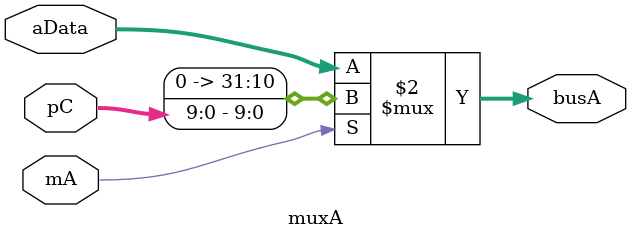
<source format=v>
`timescale 1ns / 1ps


module muxA(
    input     [9:0]    pC,
    input    [31:0] aData,
    input              mA,
    output   [31:0]  busA
    );

assign busA = mA ? pC : aData;

endmodule

</source>
